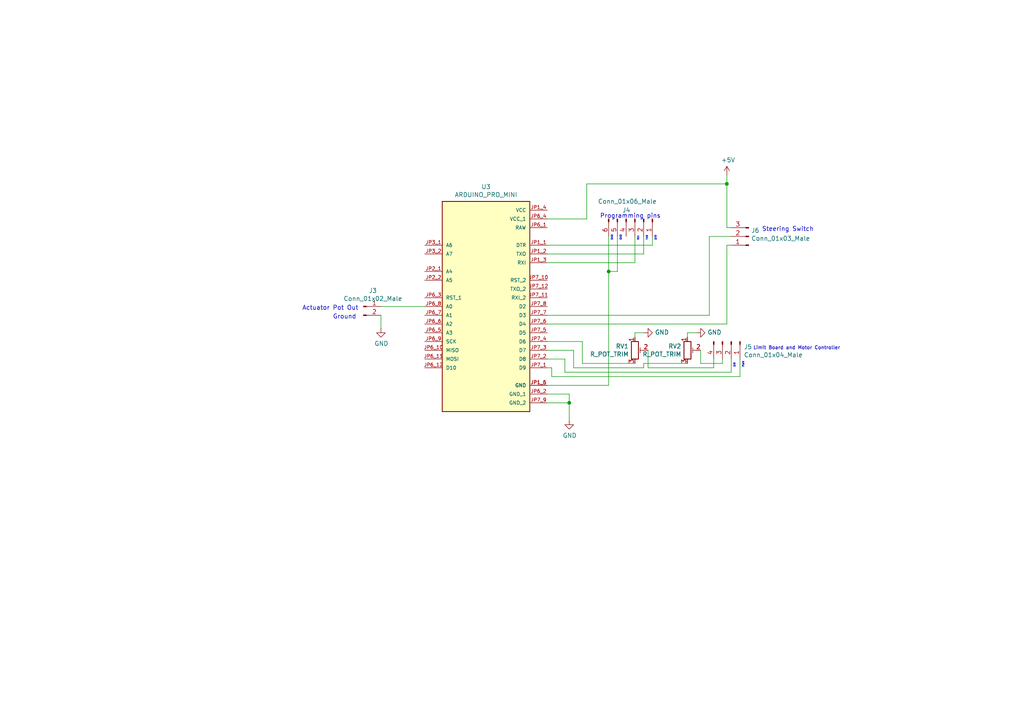
<source format=kicad_sch>
(kicad_sch (version 20230121) (generator eeschema)
  (paper "A4")
  (lib_symbols
    (symbol "ARDUINO_PRO_MINI:ARDUINO_PRO_MINI" (pin_names (offset 1.016))
      (property "Reference" "U" (at -12.7 31.75 0))
      (property "Value" "ARDUINO_PRO_MINI" (at -12.7 -33.02 0))
      (symbol "ARDUINO_PRO_MINI_0_0"
        (rectangle (start -12.7 -30.48) (end 12.7 30.48) (stroke (width 0.254)) (fill (type background)))
        (pin input line (at 17.78 17.78 180) (length 5.08) (name "DTR") (number "JP1_1"))
        (pin bidirectional line (at 17.78 15.24 180) (length 5.08) (name "TXO") (number "JP1_2"))
        (pin bidirectional line (at 17.78 12.7 180) (length 5.08) (name "RXI") (number "JP1_3"))
        (pin power_in line (at 17.78 27.94 180) (length 5.08) (name "VCC") (number "JP1_4"))
        (pin power_in line (at 17.78 -22.86 180) (length 5.08) (name "GND") (number "JP1_5"))
        (pin power_in line (at 17.78 -22.86 180) (length 5.08) (name "GND") (number "JP1_6"))
        (pin bidirectional line (at -17.78 10.16 0) (length 5.08) (name "A4") (number "JP2_1"))
        (pin bidirectional line (at -17.78 7.62 0) (length 5.08) (name "A5") (number "JP2_2"))
        (pin input line (at -17.78 17.78 0) (length 5.08) (name "A6") (number "JP3_1"))
        (pin input line (at -17.78 15.24 0) (length 5.08) (name "A7") (number "JP3_2"))
        (pin power_in line (at 17.78 22.86 180) (length 5.08) (name "RAW") (number "JP6_1"))
        (pin bidirectional line (at -17.78 -12.7 0) (length 5.08) (name "MISO") (number "JP6_10"))
        (pin bidirectional line (at -17.78 -15.24 0) (length 5.08) (name "MOSI") (number "JP6_11"))
        (pin bidirectional line (at -17.78 -17.78 0) (length 5.08) (name "D10") (number "JP6_12"))
        (pin power_in line (at 17.78 -25.4 180) (length 5.08) (name "GND_1") (number "JP6_2"))
        (pin input line (at -17.78 2.54 0) (length 5.08) (name "RST_1") (number "JP6_3"))
        (pin power_in line (at 17.78 25.4 180) (length 5.08) (name "VCC_1") (number "JP6_4"))
        (pin bidirectional line (at -17.78 -7.62 0) (length 5.08) (name "A3") (number "JP6_5"))
        (pin bidirectional line (at -17.78 -5.08 0) (length 5.08) (name "A2") (number "JP6_6"))
        (pin bidirectional line (at -17.78 -2.54 0) (length 5.08) (name "A1") (number "JP6_7"))
        (pin bidirectional line (at -17.78 0 0) (length 5.08) (name "A0") (number "JP6_8"))
        (pin bidirectional line (at -17.78 -10.16 0) (length 5.08) (name "SCK") (number "JP6_9"))
        (pin bidirectional line (at 17.78 -17.78 180) (length 5.08) (name "D9") (number "JP7_1"))
        (pin input line (at 17.78 7.62 180) (length 5.08) (name "RST_2") (number "JP7_10"))
        (pin bidirectional line (at 17.78 2.54 180) (length 5.08) (name "RXI_2") (number "JP7_11"))
        (pin bidirectional line (at 17.78 5.08 180) (length 5.08) (name "TXO_2") (number "JP7_12"))
        (pin bidirectional line (at 17.78 -15.24 180) (length 5.08) (name "D8") (number "JP7_2"))
        (pin bidirectional line (at 17.78 -12.7 180) (length 5.08) (name "D7") (number "JP7_3"))
        (pin bidirectional line (at 17.78 -10.16 180) (length 5.08) (name "D6") (number "JP7_4"))
        (pin bidirectional line (at 17.78 -7.62 180) (length 5.08) (name "D5") (number "JP7_5"))
        (pin bidirectional line (at 17.78 -5.08 180) (length 5.08) (name "D4") (number "JP7_6"))
        (pin bidirectional line (at 17.78 -2.54 180) (length 5.08) (name "D3") (number "JP7_7"))
        (pin bidirectional line (at 17.78 0 180) (length 5.08) (name "D2") (number "JP7_8"))
        (pin power_in line (at 17.78 -27.94 180) (length 5.08) (name "GND_2") (number "JP7_9"))
      )
    )
    (symbol "Motherboard_2023-rescue:Conn_01x02_Male-Connector" (pin_names (offset 1.016) hide)
      (property "Reference" "J" (at 0 2.54 0))
      (property "Value" "Connector_Conn_01x02_Male" (at 0 -5.08 0))
      (symbol "Conn_01x02_Male-Connector_1_1"
        (polyline (pts (xy 1.27 -2.54) (xy 0.8636 -2.54)) (stroke (width 0.1524)))
        (polyline (pts (xy 1.27 0) (xy 0.8636 0)) (stroke (width 0.1524)))
        (rectangle (start 0.8636 -2.413) (end 0 -2.667) (stroke (width 0.1524)) (fill (type outline)))
        (rectangle (start 0.8636 0.127) (end 0 -0.127) (stroke (width 0.1524)) (fill (type outline)))
        (pin passive line (at 5.08 0 180) (length 3.81) (name "Pin_1") (number "1"))
        (pin passive line (at 5.08 -2.54 180) (length 3.81) (name "Pin_2") (number "2"))
      )
    )
    (symbol "Motherboard_2023-rescue:Conn_01x03_Male-Connector" (pin_names (offset 1.016) hide)
      (property "Reference" "J" (at 0 5.08 0))
      (property "Value" "Connector_Conn_01x03_Male" (at 0 -5.08 0))
      (symbol "Conn_01x03_Male-Connector_1_1"
        (polyline (pts (xy 1.27 -2.54) (xy 0.8636 -2.54)) (stroke (width 0.1524)))
        (polyline (pts (xy 1.27 0) (xy 0.8636 0)) (stroke (width 0.1524)))
        (polyline (pts (xy 1.27 2.54) (xy 0.8636 2.54)) (stroke (width 0.1524)))
        (rectangle (start 0.8636 -2.413) (end 0 -2.667) (stroke (width 0.1524)) (fill (type outline)))
        (rectangle (start 0.8636 0.127) (end 0 -0.127) (stroke (width 0.1524)) (fill (type outline)))
        (rectangle (start 0.8636 2.667) (end 0 2.413) (stroke (width 0.1524)) (fill (type outline)))
        (pin passive line (at 5.08 2.54 180) (length 3.81) (name "Pin_1") (number "1"))
        (pin passive line (at 5.08 0 180) (length 3.81) (name "Pin_2") (number "2"))
        (pin passive line (at 5.08 -2.54 180) (length 3.81) (name "Pin_3") (number "3"))
      )
    )
    (symbol "Motherboard_2023-rescue:Conn_01x04_Male-Connector" (pin_names (offset 1.016) hide)
      (property "Reference" "J" (at 0 5.08 0))
      (property "Value" "Connector_Conn_01x04_Male" (at 0 -7.62 0))
      (symbol "Conn_01x04_Male-Connector_1_1"
        (polyline (pts (xy 1.27 -5.08) (xy 0.8636 -5.08)) (stroke (width 0.1524)))
        (polyline (pts (xy 1.27 -2.54) (xy 0.8636 -2.54)) (stroke (width 0.1524)))
        (polyline (pts (xy 1.27 0) (xy 0.8636 0)) (stroke (width 0.1524)))
        (polyline (pts (xy 1.27 2.54) (xy 0.8636 2.54)) (stroke (width 0.1524)))
        (rectangle (start 0.8636 -4.953) (end 0 -5.207) (stroke (width 0.1524)) (fill (type outline)))
        (rectangle (start 0.8636 -2.413) (end 0 -2.667) (stroke (width 0.1524)) (fill (type outline)))
        (rectangle (start 0.8636 0.127) (end 0 -0.127) (stroke (width 0.1524)) (fill (type outline)))
        (rectangle (start 0.8636 2.667) (end 0 2.413) (stroke (width 0.1524)) (fill (type outline)))
        (pin passive line (at 5.08 2.54 180) (length 3.81) (name "Pin_1") (number "1"))
        (pin passive line (at 5.08 0 180) (length 3.81) (name "Pin_2") (number "2"))
        (pin passive line (at 5.08 -2.54 180) (length 3.81) (name "Pin_3") (number "3"))
        (pin passive line (at 5.08 -5.08 180) (length 3.81) (name "Pin_4") (number "4"))
      )
    )
    (symbol "Motherboard_2023-rescue:Conn_01x06_Male-Connector" (pin_names (offset 1.016) hide)
      (property "Reference" "J" (at 0 7.62 0))
      (property "Value" "Connector_Conn_01x06_Male" (at 0 -10.16 0))
      (symbol "Conn_01x06_Male-Connector_1_1"
        (polyline (pts (xy 1.27 -7.62) (xy 0.8636 -7.62)) (stroke (width 0.1524)))
        (polyline (pts (xy 1.27 -5.08) (xy 0.8636 -5.08)) (stroke (width 0.1524)))
        (polyline (pts (xy 1.27 -2.54) (xy 0.8636 -2.54)) (stroke (width 0.1524)))
        (polyline (pts (xy 1.27 0) (xy 0.8636 0)) (stroke (width 0.1524)))
        (polyline (pts (xy 1.27 2.54) (xy 0.8636 2.54)) (stroke (width 0.1524)))
        (polyline (pts (xy 1.27 5.08) (xy 0.8636 5.08)) (stroke (width 0.1524)))
        (rectangle (start 0.8636 -7.493) (end 0 -7.747) (stroke (width 0.1524)) (fill (type outline)))
        (rectangle (start 0.8636 -4.953) (end 0 -5.207) (stroke (width 0.1524)) (fill (type outline)))
        (rectangle (start 0.8636 -2.413) (end 0 -2.667) (stroke (width 0.1524)) (fill (type outline)))
        (rectangle (start 0.8636 0.127) (end 0 -0.127) (stroke (width 0.1524)) (fill (type outline)))
        (rectangle (start 0.8636 2.667) (end 0 2.413) (stroke (width 0.1524)) (fill (type outline)))
        (rectangle (start 0.8636 5.207) (end 0 4.953) (stroke (width 0.1524)) (fill (type outline)))
        (pin passive line (at 5.08 5.08 180) (length 3.81) (name "Pin_1") (number "1"))
        (pin passive line (at 5.08 2.54 180) (length 3.81) (name "Pin_2") (number "2"))
        (pin passive line (at 5.08 0 180) (length 3.81) (name "Pin_3") (number "3"))
        (pin passive line (at 5.08 -2.54 180) (length 3.81) (name "Pin_4") (number "4"))
        (pin passive line (at 5.08 -5.08 180) (length 3.81) (name "Pin_5") (number "5"))
        (pin passive line (at 5.08 -7.62 180) (length 3.81) (name "Pin_6") (number "6"))
      )
    )
    (symbol "Motherboard_2023-rescue:R_POT_TRIM-Device" (pin_names (offset 1.016) hide)
      (property "Reference" "RV" (at -4.445 0 90))
      (property "Value" "Device_R_POT_TRIM" (at -2.54 0 90))
      (symbol "R_POT_TRIM-Device_0_1"
        (polyline (pts (xy 1.524 0.762) (xy 1.524 -0.762)))
        (polyline (pts (xy 2.54 0) (xy 1.524 0)))
        (rectangle (start 1.016 2.54) (end -1.016 -2.54) (stroke (width 0.254)))
      )
      (symbol "R_POT_TRIM-Device_1_1"
        (pin passive line (at 0 3.81 270) (length 1.27) (name "1") (number "1"))
        (pin passive line (at 3.81 0 180) (length 1.27) (name "2") (number "2"))
        (pin passive line (at 0 -3.81 90) (length 1.27) (name "3") (number "3"))
      )
    )
    (symbol "power:+5V" (power) (pin_names (offset 0))
      (property "Value" "+5V" (at 0 3.556 0))
      (symbol "+5V_0_1"
        (polyline (pts (xy -0.762 1.27) (xy 0 2.54)))
        (polyline (pts (xy 0 0) (xy 0 2.54)))
        (polyline (pts (xy 0 2.54) (xy 0.762 1.27)))
      )
      (symbol "+5V_1_1"
        (pin power_in line (at 0 0 90) (length 0) hide (name "+5V") (number "1"))
      )
    )
    (symbol "power:GND" (power) (pin_names (offset 0))
      (property "Value" "GND" (at 0 -3.81 0))
      (symbol "GND_0_1"
        (polyline (pts (xy 0 0) (xy 0 -1.27) (xy 1.27 -1.27) (xy 0 -2.54) (xy -1.27 -1.27) (xy 0 -1.27)))
      )
      (symbol "GND_1_1"
        (pin power_in line (at 0 0 270) (length 0) hide (name "GND") (number "1"))
      )
    )
  )
  (junction (at 165.1 116.84))
  (junction (at 176.53 78.74))
  (junction (at 210.82 53.34))
  (wire (pts (xy 163.83 107.95) (xy 212.09 107.95)))
  (wire (pts (xy 110.49 88.9) (xy 123.19 88.9)))
  (wire (pts (xy 163.83 104.14) (xy 163.83 107.95)))
  (wire (pts (xy 158.75 76.2) (xy 184.15 76.2)))
  (wire (pts (xy 160.02 106.68) (xy 160.02 109.22)))
  (wire (pts (xy 168.91 99.06) (xy 168.91 105.41)))
  (wire (pts (xy 199.39 96.52) (xy 201.93 96.52)))
  (wire (pts (xy 189.23 71.12) (xy 189.23 68.58)))
  (wire (pts (xy 166.37 101.6) (xy 166.37 106.68)))
  (wire (pts (xy 158.75 106.68) (xy 160.02 106.68)))
  (wire (pts (xy 205.74 68.58) (xy 212.09 68.58)))
  (wire (pts (xy 212.09 107.95) (xy 212.09 104.14)))
  (wire (pts (xy 158.75 71.12) (xy 189.23 71.12)))
  (wire (pts (xy 158.75 111.76) (xy 176.53 111.76)))
  (wire (pts (xy 165.1 116.84) (xy 165.1 121.92)))
  (wire (pts (xy 158.75 91.44) (xy 205.74 91.44)))
  (wire (pts (xy 186.69 106.68) (xy 186.69 105.41)))
  (wire (pts (xy 203.2 101.6) (xy 203.2 105.41)))
  (wire (pts (xy 158.75 99.06) (xy 168.91 99.06)))
  (wire (pts (xy 176.53 78.74) (xy 176.53 68.58)))
  (wire (pts (xy 158.75 101.6) (xy 166.37 101.6)))
  (wire (pts (xy 210.82 93.98) (xy 210.82 71.12)))
  (wire (pts (xy 210.82 66.04) (xy 212.09 66.04)))
  (wire (pts (xy 176.53 111.76) (xy 176.53 78.74)))
  (wire (pts (xy 187.96 101.6) (xy 187.96 106.68)))
  (wire (pts (xy 158.75 114.3) (xy 165.1 114.3)))
  (wire (pts (xy 203.2 105.41) (xy 209.55 105.41)))
  (wire (pts (xy 165.1 114.3) (xy 165.1 116.84)))
  (wire (pts (xy 209.55 105.41) (xy 209.55 104.14)))
  (wire (pts (xy 210.82 53.34) (xy 210.82 66.04)))
  (wire (pts (xy 158.75 63.5) (xy 170.18 63.5)))
  (wire (pts (xy 158.75 93.98) (xy 210.82 93.98)))
  (wire (pts (xy 199.39 97.79) (xy 199.39 96.52)))
  (wire (pts (xy 207.01 106.68) (xy 207.01 104.14)))
  (wire (pts (xy 176.53 78.74) (xy 179.07 78.74)))
  (wire (pts (xy 158.75 104.14) (xy 163.83 104.14)))
  (wire (pts (xy 158.75 73.66) (xy 186.69 73.66)))
  (wire (pts (xy 210.82 50.8) (xy 210.82 53.34)))
  (wire (pts (xy 158.75 116.84) (xy 165.1 116.84)))
  (wire (pts (xy 179.07 78.74) (xy 179.07 68.58)))
  (wire (pts (xy 184.15 96.52) (xy 186.69 96.52)))
  (wire (pts (xy 168.91 105.41) (xy 184.15 105.41)))
  (wire (pts (xy 160.02 109.22) (xy 214.63 109.22)))
  (wire (pts (xy 170.18 63.5) (xy 170.18 53.34)))
  (wire (pts (xy 170.18 53.34) (xy 210.82 53.34)))
  (wire (pts (xy 210.82 71.12) (xy 212.09 71.12)))
  (wire (pts (xy 184.15 76.2) (xy 184.15 68.58)))
  (wire (pts (xy 205.74 91.44) (xy 205.74 68.58)))
  (wire (pts (xy 166.37 106.68) (xy 186.69 106.68)))
  (wire (pts (xy 214.63 109.22) (xy 214.63 104.14)))
  (wire (pts (xy 186.69 73.66) (xy 186.69 68.58)))
  (wire (pts (xy 186.69 105.41) (xy 199.39 105.41)))
  (wire (pts (xy 184.15 97.79) (xy 184.15 96.52)))
  (wire (pts (xy 187.96 106.68) (xy 207.01 106.68)))
  (wire (pts (xy 110.49 91.44) (xy 110.49 95.25)))
  (text "GND" (at 177.8 69.85 90) (effects (font (size 0.508 0.508)) (justify left bottom)))
  (text "Actuator Pot Out \n" (at 87.63 90.17 0) (effects (font (size 1.27 1.27)) (justify left bottom)))
  (text "DTR" (at 190.5 69.85 90) (effects (font (size 0.508 0.508)) (justify left bottom)))
  (text "RXI" (at 185.42 69.85 90) (effects (font (size 0.508 0.508)) (justify left bottom)))
  (text "GND" (at 180.34 69.85 90) (effects (font (size 0.508 0.508)) (justify left bottom)))
  (text "TX0" (at 187.96 69.85 90) (effects (font (size 0.508 0.508)) (justify left bottom)))
  (text "Programming pins " (at 173.99 63.5 0) (effects (font (size 1.27 1.27)) (justify left bottom)))
  (text "PWM\n" (at 215.9 106.68 90) (effects (font (size 0.508 0.508)) (justify left bottom)))
  (text "DIR\n" (at 213.36 106.68 90) (effects (font (size 0.508 0.508)) (justify left bottom)))
  (text "Ground \n" (at 96.52 92.71 0) (effects (font (size 1.27 1.27)) (justify left bottom)))
  (text "Steering Switch" (at 220.98 67.31 0) (effects (font (size 1.27 1.27)) (justify left bottom)))
  (text "Limit Board and Motor Controller" (at 218.44 101.6 0) (effects (font (size 0.9906 0.9906)) (justify left bottom)))
  (symbol (lib_id "ARDUINO_PRO_MINI:ARDUINO_PRO_MINI") (at 140.97 88.9 0) (unit 1)
    (property "Reference" "U3" (at 140.97 54.1782 0))
    (property "Value" "ARDUINO_PRO_MINI" (at 140.97 56.4896 0))
    (property "Footprint" "Arduino Pro Mini:MODULE_ARDUINO_PRO_MINI" (effects hide))
    (property "MANUFACTURER" "SparkFun Electronics" (effects hide))
    (property "PARTREV" "N/A" (effects hide))
    (property "STANDARD" "Manufacturer Recommendations" (effects hide))
    (property "MAXIMUM_PACKAGE_HEIGHT" "N/A" (effects hide))
  )
  (symbol (lib_id "Motherboard_2023-rescue:Conn_01x02_Male-Connector") (at 105.41 88.9 0) (unit 1)
    (property "Reference" "J3" (at 108.1532 84.3026 0))
    (property "Value" "Conn_01x02_Male" (at 108.1532 86.614 0))
    (property "Footprint" "TerminalBlock_Phoenix:TerminalBlock_Phoenix_MKDS-1,5-2-5.08_1x02_P5.08mm_Horizontal" (effects hide))
  )
  (symbol (lib_id "power:GND") (at 110.49 95.25 0) (unit 1)
    (property "Reference" "#PWR021" (effects hide))
    (property "Value" "GND" (at 110.617 99.6442 0))
  )
  (symbol (lib_id "Motherboard_2023-rescue:Conn_01x06_Male-Connector") (at 184.15 63.5 270) (unit 1)
    (property "Reference" "J4" (at 182.88 60.96 90) (effects (justify right)))
    (property "Value" "Conn_01x06_Male" (at 190.5 58.42 90) (effects (justify right)))
    (property "Footprint" "Connector_PinHeader_2.54mm:PinHeader_1x06_P2.54mm_Vertical" (effects hide))
  )
  (symbol (lib_id "Motherboard_2023-rescue:Conn_01x03_Male-Connector") (at 217.17 68.58 180) (unit 1)
    (property "Reference" "J6" (at 217.8812 66.8528 0) (effects (justify right)))
    (property "Value" "Conn_01x03_Male" (at 217.8812 69.1642 0) (effects (justify right)))
    (property "Footprint" "TerminalBlock_Phoenix:TerminalBlock_Phoenix_MKDS-3-3-5.08_1x03_P5.08mm_Horizontal" (effects hide))
  )
  (symbol (lib_id "power:GND") (at 165.1 121.92 0) (unit 1)
    (property "Reference" "#PWR022" (effects hide))
    (property "Value" "GND" (at 165.227 126.3142 0))
  )
  (symbol (lib_id "Motherboard_2023-rescue:Conn_01x04_Male-Connector") (at 212.09 99.06 270) (unit 1)
    (property "Reference" "J5" (at 215.7476 100.6348 90) (effects (justify left)))
    (property "Value" "Conn_01x04_Male" (at 215.7476 102.9462 90) (effects (justify left)))
    (property "Footprint" "TerminalBlock_Phoenix:TerminalBlock_Phoenix_MKDS-3-4-5.08_1x04_P5.08mm_Horizontal" (effects hide))
  )
  (symbol (lib_id "Motherboard_2023-rescue:R_POT_TRIM-Device") (at 199.39 101.6 0) (unit 1)
    (property "Reference" "RV2" (at 197.612 100.4316 0) (effects (justify right)))
    (property "Value" "R_POT_TRIM" (at 197.612 102.743 0) (effects (justify right)))
    (property "Footprint" "Potentiometer_THT:Potentiometer_Bourns_3386P_Vertical" (effects hide))
  )
  (symbol (lib_id "Motherboard_2023-rescue:R_POT_TRIM-Device") (at 184.15 101.6 0) (unit 1)
    (property "Reference" "RV1" (at 182.372 100.4316 0) (effects (justify right)))
    (property "Value" "R_POT_TRIM" (at 182.372 102.743 0) (effects (justify right)))
    (property "Footprint" "Potentiometer_THT:Potentiometer_Bourns_3386P_Vertical" (effects hide))
  )
  (symbol (lib_id "power:GND") (at 201.93 96.52 90) (unit 1)
    (property "Reference" "#PWR024" (effects hide))
    (property "Value" "GND" (at 205.1812 96.393 90) (effects (justify right)))
  )
  (symbol (lib_id "power:GND") (at 186.69 96.52 90) (unit 1)
    (property "Reference" "#PWR023" (effects hide))
    (property "Value" "GND" (at 189.9412 96.393 90) (effects (justify right)))
  )
  (symbol (lib_id "power:+5V") (at 210.82 50.8 0) (unit 1)
    (property "Reference" "#PWR025" (effects hide))
    (property "Value" "+5V" (at 211.201 46.4058 0))
  )
)
</source>
